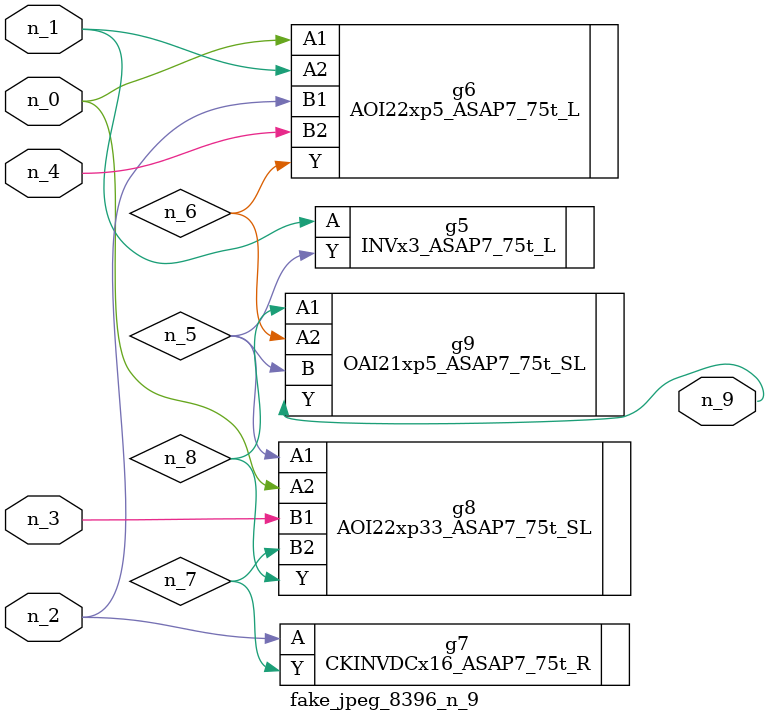
<source format=v>
module fake_jpeg_8396_n_9 (n_3, n_2, n_1, n_0, n_4, n_9);

input n_3;
input n_2;
input n_1;
input n_0;
input n_4;

output n_9;

wire n_8;
wire n_6;
wire n_5;
wire n_7;

INVx3_ASAP7_75t_L g5 ( 
.A(n_1),
.Y(n_5)
);

AOI22xp5_ASAP7_75t_L g6 ( 
.A1(n_0),
.A2(n_1),
.B1(n_2),
.B2(n_4),
.Y(n_6)
);

CKINVDCx16_ASAP7_75t_R g7 ( 
.A(n_2),
.Y(n_7)
);

AOI22xp33_ASAP7_75t_SL g8 ( 
.A1(n_5),
.A2(n_0),
.B1(n_3),
.B2(n_7),
.Y(n_8)
);

OAI21xp5_ASAP7_75t_SL g9 ( 
.A1(n_8),
.A2(n_6),
.B(n_5),
.Y(n_9)
);


endmodule
</source>
